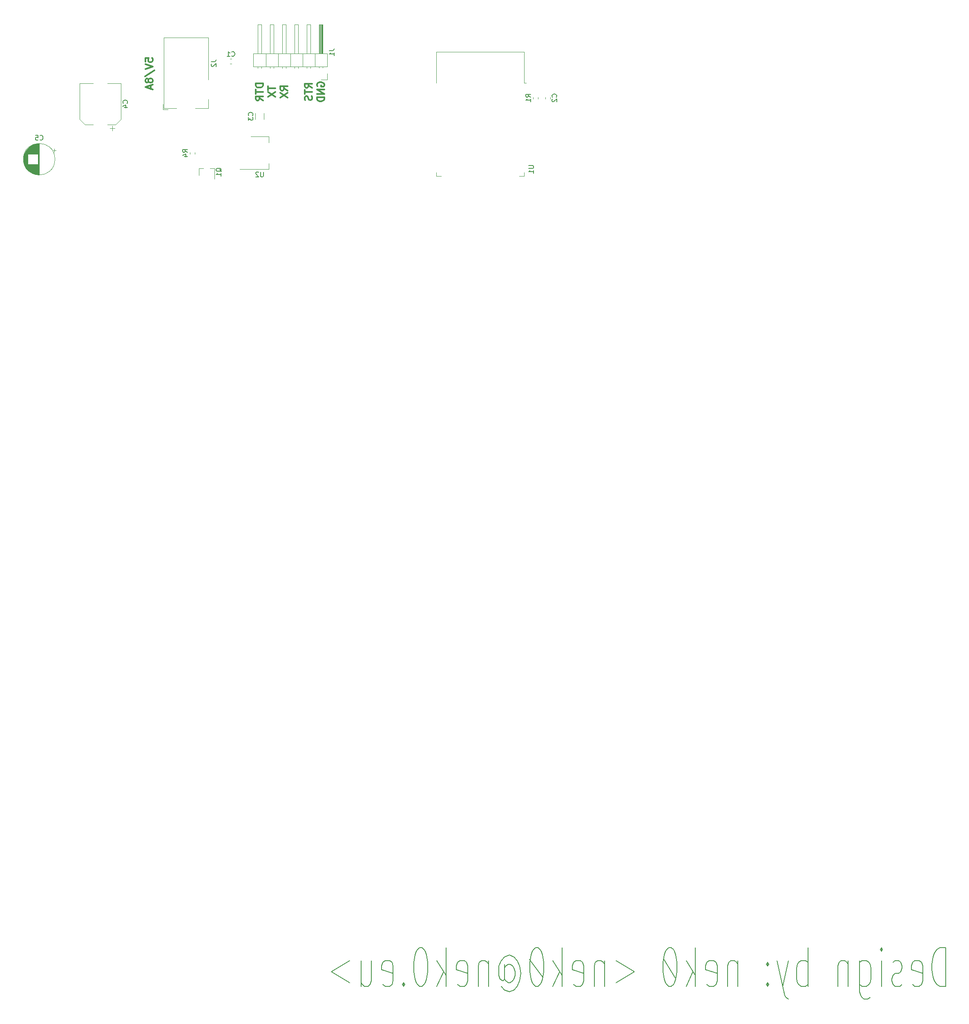
<source format=gbr>
G04 #@! TF.GenerationSoftware,KiCad,Pcbnew,5.1.8-1*
G04 #@! TF.CreationDate,2021-01-07T21:22:04+01:00*
G04 #@! TF.ProjectId,pentasquare,70656e74-6173-4717-9561-72652e6b6963,rev?*
G04 #@! TF.SameCoordinates,Original*
G04 #@! TF.FileFunction,Legend,Bot*
G04 #@! TF.FilePolarity,Positive*
%FSLAX46Y46*%
G04 Gerber Fmt 4.6, Leading zero omitted, Abs format (unit mm)*
G04 Created by KiCad (PCBNEW 5.1.8-1) date 2021-01-07 21:22:04*
%MOMM*%
%LPD*%
G01*
G04 APERTURE LIST*
%ADD10C,0.150000*%
%ADD11C,0.300000*%
%ADD12C,0.120000*%
G04 APERTURE END LIST*
D10*
X127280000Y-206370000D02*
X124530000Y-202670000D01*
X154830000Y-206640000D02*
X152290000Y-202510000D01*
X210780476Y-208229047D02*
X210780476Y-200229047D01*
X209590000Y-200229047D01*
X208875714Y-200610000D01*
X208399523Y-201371904D01*
X208161428Y-202133809D01*
X207923333Y-203657619D01*
X207923333Y-204800476D01*
X208161428Y-206324285D01*
X208399523Y-207086190D01*
X208875714Y-207848095D01*
X209590000Y-208229047D01*
X210780476Y-208229047D01*
X203875714Y-207848095D02*
X204351904Y-208229047D01*
X205304285Y-208229047D01*
X205780476Y-207848095D01*
X206018571Y-207086190D01*
X206018571Y-204038571D01*
X205780476Y-203276666D01*
X205304285Y-202895714D01*
X204351904Y-202895714D01*
X203875714Y-203276666D01*
X203637619Y-204038571D01*
X203637619Y-204800476D01*
X206018571Y-205562380D01*
X201732857Y-207848095D02*
X201256666Y-208229047D01*
X200304285Y-208229047D01*
X199828095Y-207848095D01*
X199590000Y-207086190D01*
X199590000Y-206705238D01*
X199828095Y-205943333D01*
X200304285Y-205562380D01*
X201018571Y-205562380D01*
X201494761Y-205181428D01*
X201732857Y-204419523D01*
X201732857Y-204038571D01*
X201494761Y-203276666D01*
X201018571Y-202895714D01*
X200304285Y-202895714D01*
X199828095Y-203276666D01*
X197447142Y-208229047D02*
X197447142Y-202895714D01*
X197447142Y-200229047D02*
X197685238Y-200610000D01*
X197447142Y-200990952D01*
X197209047Y-200610000D01*
X197447142Y-200229047D01*
X197447142Y-200990952D01*
X192923333Y-202895714D02*
X192923333Y-209371904D01*
X193161428Y-210133809D01*
X193399523Y-210514761D01*
X193875714Y-210895714D01*
X194590000Y-210895714D01*
X195066190Y-210514761D01*
X192923333Y-207848095D02*
X193399523Y-208229047D01*
X194351904Y-208229047D01*
X194828095Y-207848095D01*
X195066190Y-207467142D01*
X195304285Y-206705238D01*
X195304285Y-204419523D01*
X195066190Y-203657619D01*
X194828095Y-203276666D01*
X194351904Y-202895714D01*
X193399523Y-202895714D01*
X192923333Y-203276666D01*
X190542380Y-202895714D02*
X190542380Y-208229047D01*
X190542380Y-203657619D02*
X190304285Y-203276666D01*
X189828095Y-202895714D01*
X189113809Y-202895714D01*
X188637619Y-203276666D01*
X188399523Y-204038571D01*
X188399523Y-208229047D01*
X182209047Y-208229047D02*
X182209047Y-200229047D01*
X182209047Y-203276666D02*
X181732857Y-202895714D01*
X180780476Y-202895714D01*
X180304285Y-203276666D01*
X180066190Y-203657619D01*
X179828095Y-204419523D01*
X179828095Y-206705238D01*
X180066190Y-207467142D01*
X180304285Y-207848095D01*
X180780476Y-208229047D01*
X181732857Y-208229047D01*
X182209047Y-207848095D01*
X178161428Y-202895714D02*
X176970952Y-208229047D01*
X175780476Y-202895714D02*
X176970952Y-208229047D01*
X177447142Y-210133809D01*
X177685238Y-210514761D01*
X178161428Y-210895714D01*
X173875714Y-207467142D02*
X173637619Y-207848095D01*
X173875714Y-208229047D01*
X174113809Y-207848095D01*
X173875714Y-207467142D01*
X173875714Y-208229047D01*
X173875714Y-203276666D02*
X173637619Y-203657619D01*
X173875714Y-204038571D01*
X174113809Y-203657619D01*
X173875714Y-203276666D01*
X173875714Y-204038571D01*
X167685238Y-202895714D02*
X167685238Y-208229047D01*
X167685238Y-203657619D02*
X167447142Y-203276666D01*
X166970952Y-202895714D01*
X166256666Y-202895714D01*
X165780476Y-203276666D01*
X165542380Y-204038571D01*
X165542380Y-208229047D01*
X161256666Y-207848095D02*
X161732857Y-208229047D01*
X162685238Y-208229047D01*
X163161428Y-207848095D01*
X163399523Y-207086190D01*
X163399523Y-204038571D01*
X163161428Y-203276666D01*
X162685238Y-202895714D01*
X161732857Y-202895714D01*
X161256666Y-203276666D01*
X161018571Y-204038571D01*
X161018571Y-204800476D01*
X163399523Y-205562380D01*
X158875714Y-208229047D02*
X158875714Y-200229047D01*
X158399523Y-205181428D02*
X156970952Y-208229047D01*
X156970952Y-202895714D02*
X158875714Y-205943333D01*
X153875714Y-200229047D02*
X153399523Y-200229047D01*
X152923333Y-200610000D01*
X152685238Y-200990952D01*
X152447142Y-201752857D01*
X152209047Y-203276666D01*
X152209047Y-205181428D01*
X152447142Y-206705238D01*
X152685238Y-207467142D01*
X152923333Y-207848095D01*
X153399523Y-208229047D01*
X153875714Y-208229047D01*
X154351904Y-207848095D01*
X154590000Y-207467142D01*
X154828095Y-206705238D01*
X155066190Y-205181428D01*
X155066190Y-203276666D01*
X154828095Y-201752857D01*
X154590000Y-200990952D01*
X154351904Y-200610000D01*
X153875714Y-200229047D01*
X142447142Y-202895714D02*
X146256666Y-205181428D01*
X142447142Y-207467142D01*
X140066190Y-202895714D02*
X140066190Y-208229047D01*
X140066190Y-203657619D02*
X139828095Y-203276666D01*
X139351904Y-202895714D01*
X138637619Y-202895714D01*
X138161428Y-203276666D01*
X137923333Y-204038571D01*
X137923333Y-208229047D01*
X133637619Y-207848095D02*
X134113809Y-208229047D01*
X135066190Y-208229047D01*
X135542380Y-207848095D01*
X135780476Y-207086190D01*
X135780476Y-204038571D01*
X135542380Y-203276666D01*
X135066190Y-202895714D01*
X134113809Y-202895714D01*
X133637619Y-203276666D01*
X133399523Y-204038571D01*
X133399523Y-204800476D01*
X135780476Y-205562380D01*
X131256666Y-208229047D02*
X131256666Y-200229047D01*
X130780476Y-205181428D02*
X129351904Y-208229047D01*
X129351904Y-202895714D02*
X131256666Y-205943333D01*
X126256666Y-200229047D02*
X125780476Y-200229047D01*
X125304285Y-200610000D01*
X125066190Y-200990952D01*
X124828095Y-201752857D01*
X124590000Y-203276666D01*
X124590000Y-205181428D01*
X124828095Y-206705238D01*
X125066190Y-207467142D01*
X125304285Y-207848095D01*
X125780476Y-208229047D01*
X126256666Y-208229047D01*
X126732857Y-207848095D01*
X126970952Y-207467142D01*
X127209047Y-206705238D01*
X127447142Y-205181428D01*
X127447142Y-203276666D01*
X127209047Y-201752857D01*
X126970952Y-200990952D01*
X126732857Y-200610000D01*
X126256666Y-200229047D01*
X119351904Y-204419523D02*
X119590000Y-204038571D01*
X120066190Y-203657619D01*
X120542380Y-203657619D01*
X121018571Y-204038571D01*
X121256666Y-204419523D01*
X121494761Y-205181428D01*
X121494761Y-205943333D01*
X121256666Y-206705238D01*
X121018571Y-207086190D01*
X120542380Y-207467142D01*
X120066190Y-207467142D01*
X119590000Y-207086190D01*
X119351904Y-206705238D01*
X119351904Y-203657619D02*
X119351904Y-206705238D01*
X119113809Y-207086190D01*
X118875714Y-207086190D01*
X118399523Y-206705238D01*
X118161428Y-205943333D01*
X118161428Y-204038571D01*
X118637619Y-202895714D01*
X119351904Y-202133809D01*
X120304285Y-201752857D01*
X121256666Y-202133809D01*
X121970952Y-202895714D01*
X122447142Y-204038571D01*
X122685238Y-205562380D01*
X122447142Y-207086190D01*
X121970952Y-208229047D01*
X121256666Y-208990952D01*
X120304285Y-209371904D01*
X119351904Y-208990952D01*
X118637619Y-208229047D01*
X116018571Y-202895714D02*
X116018571Y-208229047D01*
X116018571Y-203657619D02*
X115780476Y-203276666D01*
X115304285Y-202895714D01*
X114590000Y-202895714D01*
X114113809Y-203276666D01*
X113875714Y-204038571D01*
X113875714Y-208229047D01*
X109590000Y-207848095D02*
X110066190Y-208229047D01*
X111018571Y-208229047D01*
X111494761Y-207848095D01*
X111732857Y-207086190D01*
X111732857Y-204038571D01*
X111494761Y-203276666D01*
X111018571Y-202895714D01*
X110066190Y-202895714D01*
X109590000Y-203276666D01*
X109351904Y-204038571D01*
X109351904Y-204800476D01*
X111732857Y-205562380D01*
X107209047Y-208229047D02*
X107209047Y-200229047D01*
X106732857Y-205181428D02*
X105304285Y-208229047D01*
X105304285Y-202895714D02*
X107209047Y-205943333D01*
X102209047Y-200229047D02*
X101732857Y-200229047D01*
X101256666Y-200610000D01*
X101018571Y-200990952D01*
X100780476Y-201752857D01*
X100542380Y-203276666D01*
X100542380Y-205181428D01*
X100780476Y-206705238D01*
X101018571Y-207467142D01*
X101256666Y-207848095D01*
X101732857Y-208229047D01*
X102209047Y-208229047D01*
X102685238Y-207848095D01*
X102923333Y-207467142D01*
X103161428Y-206705238D01*
X103399523Y-205181428D01*
X103399523Y-203276666D01*
X103161428Y-201752857D01*
X102923333Y-200990952D01*
X102685238Y-200610000D01*
X102209047Y-200229047D01*
X98399523Y-207467142D02*
X98161428Y-207848095D01*
X98399523Y-208229047D01*
X98637619Y-207848095D01*
X98399523Y-207467142D01*
X98399523Y-208229047D01*
X94113809Y-207848095D02*
X94590000Y-208229047D01*
X95542380Y-208229047D01*
X96018571Y-207848095D01*
X96256666Y-207086190D01*
X96256666Y-204038571D01*
X96018571Y-203276666D01*
X95542380Y-202895714D01*
X94590000Y-202895714D01*
X94113809Y-203276666D01*
X93875714Y-204038571D01*
X93875714Y-204800476D01*
X96256666Y-205562380D01*
X89590000Y-202895714D02*
X89590000Y-208229047D01*
X91732857Y-202895714D02*
X91732857Y-207086190D01*
X91494761Y-207848095D01*
X91018571Y-208229047D01*
X90304285Y-208229047D01*
X89828095Y-207848095D01*
X89590000Y-207467142D01*
X87209047Y-202895714D02*
X83399523Y-205181428D01*
X87209047Y-207467142D01*
D11*
X44898571Y-16621428D02*
X44898571Y-15907142D01*
X45612857Y-15835714D01*
X45541428Y-15907142D01*
X45470000Y-16050000D01*
X45470000Y-16407142D01*
X45541428Y-16550000D01*
X45612857Y-16621428D01*
X45755714Y-16692857D01*
X46112857Y-16692857D01*
X46255714Y-16621428D01*
X46327142Y-16550000D01*
X46398571Y-16407142D01*
X46398571Y-16050000D01*
X46327142Y-15907142D01*
X46255714Y-15835714D01*
X44898571Y-17121428D02*
X46398571Y-17621428D01*
X44898571Y-18121428D01*
X44827142Y-19692857D02*
X46755714Y-18407142D01*
X45541428Y-20407142D02*
X45470000Y-20264285D01*
X45398571Y-20192857D01*
X45255714Y-20121428D01*
X45184285Y-20121428D01*
X45041428Y-20192857D01*
X44970000Y-20264285D01*
X44898571Y-20407142D01*
X44898571Y-20692857D01*
X44970000Y-20835714D01*
X45041428Y-20907142D01*
X45184285Y-20978571D01*
X45255714Y-20978571D01*
X45398571Y-20907142D01*
X45470000Y-20835714D01*
X45541428Y-20692857D01*
X45541428Y-20407142D01*
X45612857Y-20264285D01*
X45684285Y-20192857D01*
X45827142Y-20121428D01*
X46112857Y-20121428D01*
X46255714Y-20192857D01*
X46327142Y-20264285D01*
X46398571Y-20407142D01*
X46398571Y-20692857D01*
X46327142Y-20835714D01*
X46255714Y-20907142D01*
X46112857Y-20978571D01*
X45827142Y-20978571D01*
X45684285Y-20907142D01*
X45612857Y-20835714D01*
X45541428Y-20692857D01*
X45970000Y-21550000D02*
X45970000Y-22264285D01*
X46398571Y-21407142D02*
X44898571Y-21907142D01*
X46398571Y-22407142D01*
X80530000Y-21717142D02*
X80458571Y-21574285D01*
X80458571Y-21360000D01*
X80530000Y-21145714D01*
X80672857Y-21002857D01*
X80815714Y-20931428D01*
X81101428Y-20860000D01*
X81315714Y-20860000D01*
X81601428Y-20931428D01*
X81744285Y-21002857D01*
X81887142Y-21145714D01*
X81958571Y-21360000D01*
X81958571Y-21502857D01*
X81887142Y-21717142D01*
X81815714Y-21788571D01*
X81315714Y-21788571D01*
X81315714Y-21502857D01*
X81958571Y-22431428D02*
X80458571Y-22431428D01*
X81958571Y-23288571D01*
X80458571Y-23288571D01*
X81958571Y-24002857D02*
X80458571Y-24002857D01*
X80458571Y-24360000D01*
X80530000Y-24574285D01*
X80672857Y-24717142D01*
X80815714Y-24788571D01*
X81101428Y-24860000D01*
X81315714Y-24860000D01*
X81601428Y-24788571D01*
X81744285Y-24717142D01*
X81887142Y-24574285D01*
X81958571Y-24360000D01*
X81958571Y-24002857D01*
X79418571Y-22038571D02*
X78704285Y-21538571D01*
X79418571Y-21181428D02*
X77918571Y-21181428D01*
X77918571Y-21752857D01*
X77990000Y-21895714D01*
X78061428Y-21967142D01*
X78204285Y-22038571D01*
X78418571Y-22038571D01*
X78561428Y-21967142D01*
X78632857Y-21895714D01*
X78704285Y-21752857D01*
X78704285Y-21181428D01*
X77918571Y-22467142D02*
X77918571Y-23324285D01*
X79418571Y-22895714D02*
X77918571Y-22895714D01*
X79347142Y-23752857D02*
X79418571Y-23967142D01*
X79418571Y-24324285D01*
X79347142Y-24467142D01*
X79275714Y-24538571D01*
X79132857Y-24610000D01*
X78990000Y-24610000D01*
X78847142Y-24538571D01*
X78775714Y-24467142D01*
X78704285Y-24324285D01*
X78632857Y-24038571D01*
X78561428Y-23895714D01*
X78490000Y-23824285D01*
X78347142Y-23752857D01*
X78204285Y-23752857D01*
X78061428Y-23824285D01*
X77990000Y-23895714D01*
X77918571Y-24038571D01*
X77918571Y-24395714D01*
X77990000Y-24610000D01*
X74338571Y-22610000D02*
X73624285Y-22110000D01*
X74338571Y-21752857D02*
X72838571Y-21752857D01*
X72838571Y-22324285D01*
X72910000Y-22467142D01*
X72981428Y-22538571D01*
X73124285Y-22610000D01*
X73338571Y-22610000D01*
X73481428Y-22538571D01*
X73552857Y-22467142D01*
X73624285Y-22324285D01*
X73624285Y-21752857D01*
X72838571Y-23110000D02*
X74338571Y-24110000D01*
X72838571Y-24110000D02*
X74338571Y-23110000D01*
X70298571Y-21717142D02*
X70298571Y-22574285D01*
X71798571Y-22145714D02*
X70298571Y-22145714D01*
X70298571Y-22931428D02*
X71798571Y-23931428D01*
X70298571Y-23931428D02*
X71798571Y-22931428D01*
X69258571Y-21145714D02*
X67758571Y-21145714D01*
X67758571Y-21502857D01*
X67830000Y-21717142D01*
X67972857Y-21860000D01*
X68115714Y-21931428D01*
X68401428Y-22002857D01*
X68615714Y-22002857D01*
X68901428Y-21931428D01*
X69044285Y-21860000D01*
X69187142Y-21717142D01*
X69258571Y-21502857D01*
X69258571Y-21145714D01*
X67758571Y-22431428D02*
X67758571Y-23288571D01*
X69258571Y-22860000D02*
X67758571Y-22860000D01*
X69258571Y-24645714D02*
X68544285Y-24145714D01*
X69258571Y-23788571D02*
X67758571Y-23788571D01*
X67758571Y-24360000D01*
X67830000Y-24502857D01*
X67901428Y-24574285D01*
X68044285Y-24645714D01*
X68258571Y-24645714D01*
X68401428Y-24574285D01*
X68472857Y-24502857D01*
X68544285Y-24360000D01*
X68544285Y-23788571D01*
D12*
X56020000Y-38740000D02*
X56950000Y-38740000D01*
X59180000Y-38740000D02*
X58250000Y-38740000D01*
X59180000Y-38740000D02*
X59180000Y-40900000D01*
X56020000Y-38740000D02*
X56020000Y-40200000D01*
X64480000Y-38940000D02*
X70490000Y-38940000D01*
X66730000Y-32120000D02*
X70490000Y-32120000D01*
X70490000Y-38940000D02*
X70490000Y-37680000D01*
X70490000Y-32120000D02*
X70490000Y-33380000D01*
X54100000Y-35388733D02*
X54100000Y-35731267D01*
X55120000Y-35388733D02*
X55120000Y-35731267D01*
X49590000Y-26500000D02*
X48540000Y-26500000D01*
X48540000Y-25450000D02*
X48540000Y-26500000D01*
X57940000Y-20400000D02*
X57940000Y-11600000D01*
X57940000Y-11600000D02*
X48740000Y-11600000D01*
X55240000Y-26300000D02*
X57940000Y-26300000D01*
X57940000Y-26300000D02*
X57940000Y-24400000D01*
X48740000Y-11600000D02*
X48740000Y-26300000D01*
X48740000Y-26300000D02*
X51340000Y-26300000D01*
X31300000Y-21140000D02*
X34050000Y-21140000D01*
X39820000Y-21140000D02*
X37070000Y-21140000D01*
X39820000Y-28595563D02*
X39820000Y-21140000D01*
X31300000Y-28595563D02*
X31300000Y-21140000D01*
X32364437Y-29660000D02*
X34050000Y-29660000D01*
X38755563Y-29660000D02*
X37070000Y-29660000D01*
X38755563Y-29660000D02*
X39820000Y-28595563D01*
X32364437Y-29660000D02*
X31300000Y-28595563D01*
X38070000Y-30900000D02*
X38070000Y-29900000D01*
X38570000Y-30400000D02*
X37570000Y-30400000D01*
X127760000Y-24301267D02*
X127760000Y-23958733D01*
X128780000Y-24301267D02*
X128780000Y-23958733D01*
X62796267Y-16000000D02*
X62453733Y-16000000D01*
X62796267Y-17020000D02*
X62453733Y-17020000D01*
X67670000Y-27337936D02*
X67670000Y-28542064D01*
X69490000Y-27337936D02*
X69490000Y-28542064D01*
X26150000Y-36830000D02*
G75*
G03*
X26150000Y-36830000I-3270000J0D01*
G01*
X22880000Y-33600000D02*
X22880000Y-40060000D01*
X22840000Y-33600000D02*
X22840000Y-40060000D01*
X22800000Y-33600000D02*
X22800000Y-40060000D01*
X22760000Y-33602000D02*
X22760000Y-40058000D01*
X22720000Y-33603000D02*
X22720000Y-40057000D01*
X22680000Y-33606000D02*
X22680000Y-40054000D01*
X22640000Y-33608000D02*
X22640000Y-35790000D01*
X22640000Y-37870000D02*
X22640000Y-40052000D01*
X22600000Y-33612000D02*
X22600000Y-35790000D01*
X22600000Y-37870000D02*
X22600000Y-40048000D01*
X22560000Y-33615000D02*
X22560000Y-35790000D01*
X22560000Y-37870000D02*
X22560000Y-40045000D01*
X22520000Y-33619000D02*
X22520000Y-35790000D01*
X22520000Y-37870000D02*
X22520000Y-40041000D01*
X22480000Y-33624000D02*
X22480000Y-35790000D01*
X22480000Y-37870000D02*
X22480000Y-40036000D01*
X22440000Y-33629000D02*
X22440000Y-35790000D01*
X22440000Y-37870000D02*
X22440000Y-40031000D01*
X22400000Y-33635000D02*
X22400000Y-35790000D01*
X22400000Y-37870000D02*
X22400000Y-40025000D01*
X22360000Y-33641000D02*
X22360000Y-35790000D01*
X22360000Y-37870000D02*
X22360000Y-40019000D01*
X22320000Y-33648000D02*
X22320000Y-35790000D01*
X22320000Y-37870000D02*
X22320000Y-40012000D01*
X22280000Y-33655000D02*
X22280000Y-35790000D01*
X22280000Y-37870000D02*
X22280000Y-40005000D01*
X22240000Y-33663000D02*
X22240000Y-35790000D01*
X22240000Y-37870000D02*
X22240000Y-39997000D01*
X22200000Y-33671000D02*
X22200000Y-35790000D01*
X22200000Y-37870000D02*
X22200000Y-39989000D01*
X22159000Y-33680000D02*
X22159000Y-35790000D01*
X22159000Y-37870000D02*
X22159000Y-39980000D01*
X22119000Y-33689000D02*
X22119000Y-35790000D01*
X22119000Y-37870000D02*
X22119000Y-39971000D01*
X22079000Y-33699000D02*
X22079000Y-35790000D01*
X22079000Y-37870000D02*
X22079000Y-39961000D01*
X22039000Y-33709000D02*
X22039000Y-35790000D01*
X22039000Y-37870000D02*
X22039000Y-39951000D01*
X21999000Y-33720000D02*
X21999000Y-35790000D01*
X21999000Y-37870000D02*
X21999000Y-39940000D01*
X21959000Y-33732000D02*
X21959000Y-35790000D01*
X21959000Y-37870000D02*
X21959000Y-39928000D01*
X21919000Y-33744000D02*
X21919000Y-35790000D01*
X21919000Y-37870000D02*
X21919000Y-39916000D01*
X21879000Y-33756000D02*
X21879000Y-35790000D01*
X21879000Y-37870000D02*
X21879000Y-39904000D01*
X21839000Y-33769000D02*
X21839000Y-35790000D01*
X21839000Y-37870000D02*
X21839000Y-39891000D01*
X21799000Y-33783000D02*
X21799000Y-35790000D01*
X21799000Y-37870000D02*
X21799000Y-39877000D01*
X21759000Y-33797000D02*
X21759000Y-35790000D01*
X21759000Y-37870000D02*
X21759000Y-39863000D01*
X21719000Y-33812000D02*
X21719000Y-35790000D01*
X21719000Y-37870000D02*
X21719000Y-39848000D01*
X21679000Y-33828000D02*
X21679000Y-35790000D01*
X21679000Y-37870000D02*
X21679000Y-39832000D01*
X21639000Y-33844000D02*
X21639000Y-35790000D01*
X21639000Y-37870000D02*
X21639000Y-39816000D01*
X21599000Y-33860000D02*
X21599000Y-35790000D01*
X21599000Y-37870000D02*
X21599000Y-39800000D01*
X21559000Y-33878000D02*
X21559000Y-35790000D01*
X21559000Y-37870000D02*
X21559000Y-39782000D01*
X21519000Y-33896000D02*
X21519000Y-35790000D01*
X21519000Y-37870000D02*
X21519000Y-39764000D01*
X21479000Y-33914000D02*
X21479000Y-35790000D01*
X21479000Y-37870000D02*
X21479000Y-39746000D01*
X21439000Y-33934000D02*
X21439000Y-35790000D01*
X21439000Y-37870000D02*
X21439000Y-39726000D01*
X21399000Y-33954000D02*
X21399000Y-35790000D01*
X21399000Y-37870000D02*
X21399000Y-39706000D01*
X21359000Y-33974000D02*
X21359000Y-35790000D01*
X21359000Y-37870000D02*
X21359000Y-39686000D01*
X21319000Y-33996000D02*
X21319000Y-35790000D01*
X21319000Y-37870000D02*
X21319000Y-39664000D01*
X21279000Y-34018000D02*
X21279000Y-35790000D01*
X21279000Y-37870000D02*
X21279000Y-39642000D01*
X21239000Y-34040000D02*
X21239000Y-35790000D01*
X21239000Y-37870000D02*
X21239000Y-39620000D01*
X21199000Y-34064000D02*
X21199000Y-35790000D01*
X21199000Y-37870000D02*
X21199000Y-39596000D01*
X21159000Y-34088000D02*
X21159000Y-35790000D01*
X21159000Y-37870000D02*
X21159000Y-39572000D01*
X21119000Y-34114000D02*
X21119000Y-35790000D01*
X21119000Y-37870000D02*
X21119000Y-39546000D01*
X21079000Y-34140000D02*
X21079000Y-35790000D01*
X21079000Y-37870000D02*
X21079000Y-39520000D01*
X21039000Y-34166000D02*
X21039000Y-35790000D01*
X21039000Y-37870000D02*
X21039000Y-39494000D01*
X20999000Y-34194000D02*
X20999000Y-35790000D01*
X20999000Y-37870000D02*
X20999000Y-39466000D01*
X20959000Y-34223000D02*
X20959000Y-35790000D01*
X20959000Y-37870000D02*
X20959000Y-39437000D01*
X20919000Y-34252000D02*
X20919000Y-35790000D01*
X20919000Y-37870000D02*
X20919000Y-39408000D01*
X20879000Y-34282000D02*
X20879000Y-35790000D01*
X20879000Y-37870000D02*
X20879000Y-39378000D01*
X20839000Y-34314000D02*
X20839000Y-35790000D01*
X20839000Y-37870000D02*
X20839000Y-39346000D01*
X20799000Y-34346000D02*
X20799000Y-35790000D01*
X20799000Y-37870000D02*
X20799000Y-39314000D01*
X20759000Y-34380000D02*
X20759000Y-35790000D01*
X20759000Y-37870000D02*
X20759000Y-39280000D01*
X20719000Y-34414000D02*
X20719000Y-35790000D01*
X20719000Y-37870000D02*
X20719000Y-39246000D01*
X20679000Y-34450000D02*
X20679000Y-35790000D01*
X20679000Y-37870000D02*
X20679000Y-39210000D01*
X20639000Y-34487000D02*
X20639000Y-35790000D01*
X20639000Y-37870000D02*
X20639000Y-39173000D01*
X20599000Y-34525000D02*
X20599000Y-35790000D01*
X20599000Y-37870000D02*
X20599000Y-39135000D01*
X20559000Y-34565000D02*
X20559000Y-39095000D01*
X20519000Y-34606000D02*
X20519000Y-39054000D01*
X20479000Y-34648000D02*
X20479000Y-39012000D01*
X20439000Y-34693000D02*
X20439000Y-38967000D01*
X20399000Y-34738000D02*
X20399000Y-38922000D01*
X20359000Y-34786000D02*
X20359000Y-38874000D01*
X20319000Y-34835000D02*
X20319000Y-38825000D01*
X20279000Y-34886000D02*
X20279000Y-38774000D01*
X20239000Y-34940000D02*
X20239000Y-38720000D01*
X20199000Y-34996000D02*
X20199000Y-38664000D01*
X20159000Y-35054000D02*
X20159000Y-38606000D01*
X20119000Y-35116000D02*
X20119000Y-38544000D01*
X20079000Y-35180000D02*
X20079000Y-38480000D01*
X20039000Y-35249000D02*
X20039000Y-38411000D01*
X19999000Y-35321000D02*
X19999000Y-38339000D01*
X19959000Y-35398000D02*
X19959000Y-38262000D01*
X19919000Y-35480000D02*
X19919000Y-38180000D01*
X19879000Y-35568000D02*
X19879000Y-38092000D01*
X19839000Y-35665000D02*
X19839000Y-37995000D01*
X19799000Y-35771000D02*
X19799000Y-37889000D01*
X19759000Y-35890000D02*
X19759000Y-37770000D01*
X19719000Y-36028000D02*
X19719000Y-37632000D01*
X19679000Y-36197000D02*
X19679000Y-37463000D01*
X19639000Y-36428000D02*
X19639000Y-37232000D01*
X26380241Y-34991000D02*
X25750241Y-34991000D01*
X26065241Y-34676000D02*
X26065241Y-35306000D01*
X82610000Y-17610000D02*
X67250000Y-17610000D01*
X67250000Y-17610000D02*
X67250000Y-14950000D01*
X67250000Y-14950000D02*
X82610000Y-14950000D01*
X82610000Y-14950000D02*
X82610000Y-17610000D01*
X81660000Y-14950000D02*
X81660000Y-8950000D01*
X81660000Y-8950000D02*
X80900000Y-8950000D01*
X80900000Y-8950000D02*
X80900000Y-14950000D01*
X81600000Y-14950000D02*
X81600000Y-8950000D01*
X81480000Y-14950000D02*
X81480000Y-8950000D01*
X81360000Y-14950000D02*
X81360000Y-8950000D01*
X81240000Y-14950000D02*
X81240000Y-8950000D01*
X81120000Y-14950000D02*
X81120000Y-8950000D01*
X81000000Y-14950000D02*
X81000000Y-8950000D01*
X81660000Y-17940000D02*
X81660000Y-17610000D01*
X80900000Y-17940000D02*
X80900000Y-17610000D01*
X80010000Y-17610000D02*
X80010000Y-14950000D01*
X79120000Y-14950000D02*
X79120000Y-8950000D01*
X79120000Y-8950000D02*
X78360000Y-8950000D01*
X78360000Y-8950000D02*
X78360000Y-14950000D01*
X79120000Y-18007071D02*
X79120000Y-17610000D01*
X78360000Y-18007071D02*
X78360000Y-17610000D01*
X77470000Y-17610000D02*
X77470000Y-14950000D01*
X76580000Y-14950000D02*
X76580000Y-8950000D01*
X76580000Y-8950000D02*
X75820000Y-8950000D01*
X75820000Y-8950000D02*
X75820000Y-14950000D01*
X76580000Y-18007071D02*
X76580000Y-17610000D01*
X75820000Y-18007071D02*
X75820000Y-17610000D01*
X74930000Y-17610000D02*
X74930000Y-14950000D01*
X74040000Y-14950000D02*
X74040000Y-8950000D01*
X74040000Y-8950000D02*
X73280000Y-8950000D01*
X73280000Y-8950000D02*
X73280000Y-14950000D01*
X74040000Y-18007071D02*
X74040000Y-17610000D01*
X73280000Y-18007071D02*
X73280000Y-17610000D01*
X72390000Y-17610000D02*
X72390000Y-14950000D01*
X71500000Y-14950000D02*
X71500000Y-8950000D01*
X71500000Y-8950000D02*
X70740000Y-8950000D01*
X70740000Y-8950000D02*
X70740000Y-14950000D01*
X71500000Y-18007071D02*
X71500000Y-17610000D01*
X70740000Y-18007071D02*
X70740000Y-17610000D01*
X69850000Y-17610000D02*
X69850000Y-14950000D01*
X68960000Y-14950000D02*
X68960000Y-8950000D01*
X68960000Y-8950000D02*
X68200000Y-8950000D01*
X68200000Y-8950000D02*
X68200000Y-14950000D01*
X68960000Y-18007071D02*
X68960000Y-17610000D01*
X68200000Y-18007071D02*
X68200000Y-17610000D01*
X81280000Y-20320000D02*
X82550000Y-20320000D01*
X82550000Y-20320000D02*
X82550000Y-19050000D01*
X123420000Y-39580000D02*
X123420000Y-40360000D01*
X123420000Y-40360000D02*
X122420000Y-40360000D01*
X105180000Y-39580000D02*
X105180000Y-40360000D01*
X105180000Y-40360000D02*
X106180000Y-40360000D01*
X123420000Y-14615000D02*
X105180000Y-14615000D01*
X105180000Y-14615000D02*
X105180000Y-21035000D01*
X123420000Y-14615000D02*
X123420000Y-21035000D01*
X123420000Y-21035000D02*
X123800000Y-21035000D01*
X125220000Y-23958733D02*
X125220000Y-24301267D01*
X126240000Y-23958733D02*
X126240000Y-24301267D01*
D10*
X60647619Y-39404761D02*
X60600000Y-39309523D01*
X60504761Y-39214285D01*
X60361904Y-39071428D01*
X60314285Y-38976190D01*
X60314285Y-38880952D01*
X60552380Y-38928571D02*
X60504761Y-38833333D01*
X60409523Y-38738095D01*
X60219047Y-38690476D01*
X59885714Y-38690476D01*
X59695238Y-38738095D01*
X59600000Y-38833333D01*
X59552380Y-38928571D01*
X59552380Y-39119047D01*
X59600000Y-39214285D01*
X59695238Y-39309523D01*
X59885714Y-39357142D01*
X60219047Y-39357142D01*
X60409523Y-39309523D01*
X60504761Y-39214285D01*
X60552380Y-39119047D01*
X60552380Y-38928571D01*
X60552380Y-40309523D02*
X60552380Y-39738095D01*
X60552380Y-40023809D02*
X59552380Y-40023809D01*
X59695238Y-39928571D01*
X59790476Y-39833333D01*
X59838095Y-39738095D01*
X69341904Y-39482380D02*
X69341904Y-40291904D01*
X69294285Y-40387142D01*
X69246666Y-40434761D01*
X69151428Y-40482380D01*
X68960952Y-40482380D01*
X68865714Y-40434761D01*
X68818095Y-40387142D01*
X68770476Y-40291904D01*
X68770476Y-39482380D01*
X68341904Y-39577619D02*
X68294285Y-39530000D01*
X68199047Y-39482380D01*
X67960952Y-39482380D01*
X67865714Y-39530000D01*
X67818095Y-39577619D01*
X67770476Y-39672857D01*
X67770476Y-39768095D01*
X67818095Y-39910952D01*
X68389523Y-40482380D01*
X67770476Y-40482380D01*
X53632380Y-35393333D02*
X53156190Y-35060000D01*
X53632380Y-34821904D02*
X52632380Y-34821904D01*
X52632380Y-35202857D01*
X52680000Y-35298095D01*
X52727619Y-35345714D01*
X52822857Y-35393333D01*
X52965714Y-35393333D01*
X53060952Y-35345714D01*
X53108571Y-35298095D01*
X53156190Y-35202857D01*
X53156190Y-34821904D01*
X52965714Y-36250476D02*
X53632380Y-36250476D01*
X52584761Y-36012380D02*
X53299047Y-35774285D01*
X53299047Y-36393333D01*
X58542380Y-16616666D02*
X59256666Y-16616666D01*
X59399523Y-16569047D01*
X59494761Y-16473809D01*
X59542380Y-16330952D01*
X59542380Y-16235714D01*
X58637619Y-17045238D02*
X58590000Y-17092857D01*
X58542380Y-17188095D01*
X58542380Y-17426190D01*
X58590000Y-17521428D01*
X58637619Y-17569047D01*
X58732857Y-17616666D01*
X58828095Y-17616666D01*
X58970952Y-17569047D01*
X59542380Y-16997619D01*
X59542380Y-17616666D01*
X41117142Y-25233333D02*
X41164761Y-25185714D01*
X41212380Y-25042857D01*
X41212380Y-24947619D01*
X41164761Y-24804761D01*
X41069523Y-24709523D01*
X40974285Y-24661904D01*
X40783809Y-24614285D01*
X40640952Y-24614285D01*
X40450476Y-24661904D01*
X40355238Y-24709523D01*
X40260000Y-24804761D01*
X40212380Y-24947619D01*
X40212380Y-25042857D01*
X40260000Y-25185714D01*
X40307619Y-25233333D01*
X40545714Y-26090476D02*
X41212380Y-26090476D01*
X40164761Y-25852380D02*
X40879047Y-25614285D01*
X40879047Y-26233333D01*
X130057142Y-23963333D02*
X130104761Y-23915714D01*
X130152380Y-23772857D01*
X130152380Y-23677619D01*
X130104761Y-23534761D01*
X130009523Y-23439523D01*
X129914285Y-23391904D01*
X129723809Y-23344285D01*
X129580952Y-23344285D01*
X129390476Y-23391904D01*
X129295238Y-23439523D01*
X129200000Y-23534761D01*
X129152380Y-23677619D01*
X129152380Y-23772857D01*
X129200000Y-23915714D01*
X129247619Y-23963333D01*
X129247619Y-24344285D02*
X129200000Y-24391904D01*
X129152380Y-24487142D01*
X129152380Y-24725238D01*
X129200000Y-24820476D01*
X129247619Y-24868095D01*
X129342857Y-24915714D01*
X129438095Y-24915714D01*
X129580952Y-24868095D01*
X130152380Y-24296666D01*
X130152380Y-24915714D01*
X62791666Y-15437142D02*
X62839285Y-15484761D01*
X62982142Y-15532380D01*
X63077380Y-15532380D01*
X63220238Y-15484761D01*
X63315476Y-15389523D01*
X63363095Y-15294285D01*
X63410714Y-15103809D01*
X63410714Y-14960952D01*
X63363095Y-14770476D01*
X63315476Y-14675238D01*
X63220238Y-14580000D01*
X63077380Y-14532380D01*
X62982142Y-14532380D01*
X62839285Y-14580000D01*
X62791666Y-14627619D01*
X61839285Y-15532380D02*
X62410714Y-15532380D01*
X62125000Y-15532380D02*
X62125000Y-14532380D01*
X62220238Y-14675238D01*
X62315476Y-14770476D01*
X62410714Y-14818095D01*
X67117142Y-27773333D02*
X67164761Y-27725714D01*
X67212380Y-27582857D01*
X67212380Y-27487619D01*
X67164761Y-27344761D01*
X67069523Y-27249523D01*
X66974285Y-27201904D01*
X66783809Y-27154285D01*
X66640952Y-27154285D01*
X66450476Y-27201904D01*
X66355238Y-27249523D01*
X66260000Y-27344761D01*
X66212380Y-27487619D01*
X66212380Y-27582857D01*
X66260000Y-27725714D01*
X66307619Y-27773333D01*
X66212380Y-28106666D02*
X66212380Y-28725714D01*
X66593333Y-28392380D01*
X66593333Y-28535238D01*
X66640952Y-28630476D01*
X66688571Y-28678095D01*
X66783809Y-28725714D01*
X67021904Y-28725714D01*
X67117142Y-28678095D01*
X67164761Y-28630476D01*
X67212380Y-28535238D01*
X67212380Y-28249523D01*
X67164761Y-28154285D01*
X67117142Y-28106666D01*
X23046666Y-32787142D02*
X23094285Y-32834761D01*
X23237142Y-32882380D01*
X23332380Y-32882380D01*
X23475238Y-32834761D01*
X23570476Y-32739523D01*
X23618095Y-32644285D01*
X23665714Y-32453809D01*
X23665714Y-32310952D01*
X23618095Y-32120476D01*
X23570476Y-32025238D01*
X23475238Y-31930000D01*
X23332380Y-31882380D01*
X23237142Y-31882380D01*
X23094285Y-31930000D01*
X23046666Y-31977619D01*
X22141904Y-31882380D02*
X22618095Y-31882380D01*
X22665714Y-32358571D01*
X22618095Y-32310952D01*
X22522857Y-32263333D01*
X22284761Y-32263333D01*
X22189523Y-32310952D01*
X22141904Y-32358571D01*
X22094285Y-32453809D01*
X22094285Y-32691904D01*
X22141904Y-32787142D01*
X22189523Y-32834761D01*
X22284761Y-32882380D01*
X22522857Y-32882380D01*
X22618095Y-32834761D01*
X22665714Y-32787142D01*
X83002380Y-14331666D02*
X83716666Y-14331666D01*
X83859523Y-14284047D01*
X83954761Y-14188809D01*
X84002380Y-14045952D01*
X84002380Y-13950714D01*
X84002380Y-15331666D02*
X84002380Y-14760238D01*
X84002380Y-15045952D02*
X83002380Y-15045952D01*
X83145238Y-14950714D01*
X83240476Y-14855476D01*
X83288095Y-14760238D01*
X124362380Y-38148095D02*
X125171904Y-38148095D01*
X125267142Y-38195714D01*
X125314761Y-38243333D01*
X125362380Y-38338571D01*
X125362380Y-38529047D01*
X125314761Y-38624285D01*
X125267142Y-38671904D01*
X125171904Y-38719523D01*
X124362380Y-38719523D01*
X125362380Y-39719523D02*
X125362380Y-39148095D01*
X125362380Y-39433809D02*
X124362380Y-39433809D01*
X124505238Y-39338571D01*
X124600476Y-39243333D01*
X124648095Y-39148095D01*
X124752380Y-23963333D02*
X124276190Y-23630000D01*
X124752380Y-23391904D02*
X123752380Y-23391904D01*
X123752380Y-23772857D01*
X123800000Y-23868095D01*
X123847619Y-23915714D01*
X123942857Y-23963333D01*
X124085714Y-23963333D01*
X124180952Y-23915714D01*
X124228571Y-23868095D01*
X124276190Y-23772857D01*
X124276190Y-23391904D01*
X124752380Y-24915714D02*
X124752380Y-24344285D01*
X124752380Y-24630000D02*
X123752380Y-24630000D01*
X123895238Y-24534761D01*
X123990476Y-24439523D01*
X124038095Y-24344285D01*
M02*

</source>
